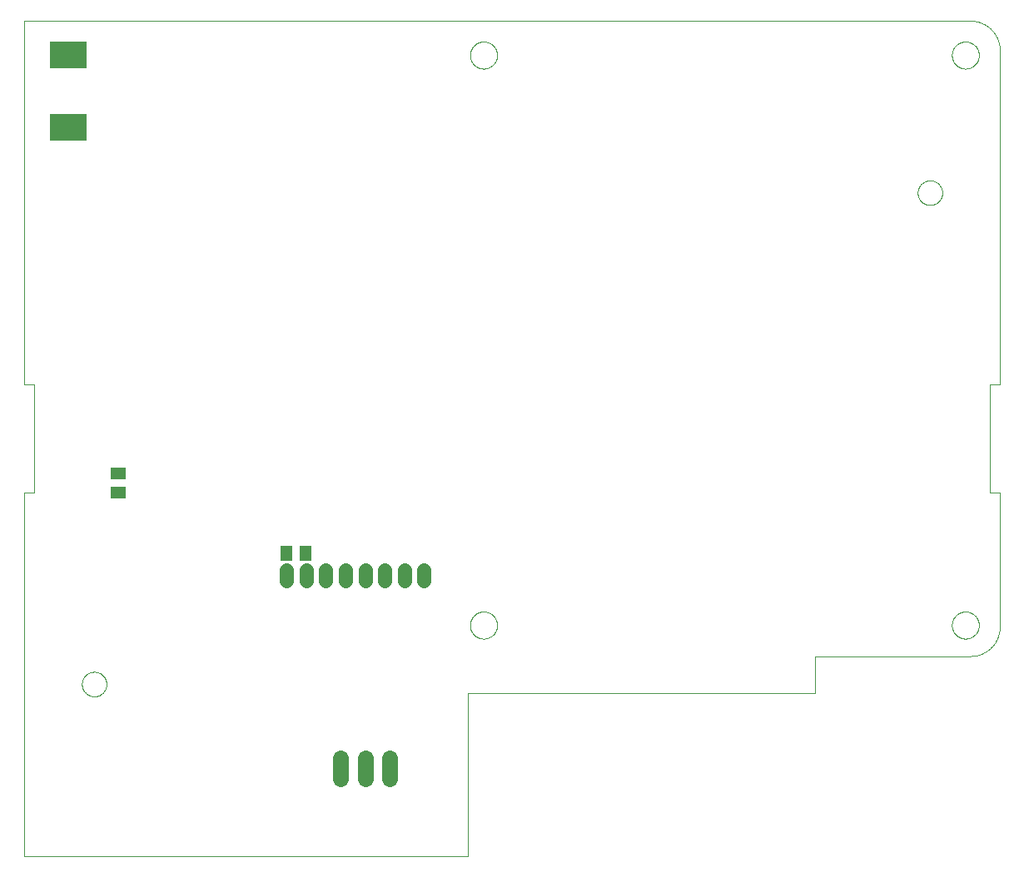
<source format=gbp>
G75*
%MOIN*%
%OFA0B0*%
%FSLAX25Y25*%
%IPPOS*%
%LPD*%
%AMOC8*
5,1,8,0,0,1.08239X$1,22.5*
%
%ADD10C,0.00000*%
%ADD11R,0.14961X0.11024*%
%ADD12C,0.05512*%
%ADD13C,0.06496*%
%ADD14R,0.05118X0.05906*%
%ADD15R,0.05906X0.05118*%
D10*
X0013297Y0027187D02*
X0013297Y0172857D01*
X0017234Y0172857D01*
X0017234Y0216164D01*
X0013297Y0216164D01*
X0013297Y0361833D01*
X0392037Y0361833D01*
X0392322Y0361830D01*
X0392608Y0361819D01*
X0392893Y0361802D01*
X0393177Y0361778D01*
X0393461Y0361747D01*
X0393744Y0361709D01*
X0394025Y0361664D01*
X0394306Y0361613D01*
X0394586Y0361555D01*
X0394864Y0361490D01*
X0395140Y0361418D01*
X0395414Y0361340D01*
X0395687Y0361255D01*
X0395957Y0361163D01*
X0396225Y0361065D01*
X0396491Y0360961D01*
X0396754Y0360850D01*
X0397014Y0360733D01*
X0397272Y0360610D01*
X0397526Y0360480D01*
X0397777Y0360344D01*
X0398025Y0360203D01*
X0398269Y0360055D01*
X0398510Y0359902D01*
X0398746Y0359742D01*
X0398979Y0359577D01*
X0399208Y0359407D01*
X0399433Y0359231D01*
X0399653Y0359049D01*
X0399869Y0358863D01*
X0400080Y0358671D01*
X0400287Y0358474D01*
X0400489Y0358272D01*
X0400686Y0358065D01*
X0400878Y0357854D01*
X0401064Y0357638D01*
X0401246Y0357418D01*
X0401422Y0357193D01*
X0401592Y0356964D01*
X0401757Y0356731D01*
X0401917Y0356495D01*
X0402070Y0356254D01*
X0402218Y0356010D01*
X0402359Y0355762D01*
X0402495Y0355511D01*
X0402625Y0355257D01*
X0402748Y0354999D01*
X0402865Y0354739D01*
X0402976Y0354476D01*
X0403080Y0354210D01*
X0403178Y0353942D01*
X0403270Y0353672D01*
X0403355Y0353399D01*
X0403433Y0353125D01*
X0403505Y0352849D01*
X0403570Y0352571D01*
X0403628Y0352291D01*
X0403679Y0352010D01*
X0403724Y0351729D01*
X0403762Y0351446D01*
X0403793Y0351162D01*
X0403817Y0350878D01*
X0403834Y0350593D01*
X0403845Y0350307D01*
X0403848Y0350022D01*
X0403848Y0216164D01*
X0399911Y0216164D01*
X0399911Y0172857D01*
X0403848Y0172857D01*
X0403848Y0119117D01*
X0403845Y0118832D01*
X0403834Y0118546D01*
X0403817Y0118261D01*
X0403793Y0117977D01*
X0403762Y0117693D01*
X0403724Y0117410D01*
X0403679Y0117129D01*
X0403628Y0116848D01*
X0403570Y0116568D01*
X0403505Y0116290D01*
X0403433Y0116014D01*
X0403355Y0115740D01*
X0403270Y0115467D01*
X0403178Y0115197D01*
X0403080Y0114929D01*
X0402976Y0114663D01*
X0402865Y0114400D01*
X0402748Y0114140D01*
X0402625Y0113882D01*
X0402495Y0113628D01*
X0402359Y0113377D01*
X0402218Y0113129D01*
X0402070Y0112885D01*
X0401917Y0112644D01*
X0401757Y0112408D01*
X0401592Y0112175D01*
X0401422Y0111946D01*
X0401246Y0111721D01*
X0401064Y0111501D01*
X0400878Y0111285D01*
X0400686Y0111074D01*
X0400489Y0110867D01*
X0400287Y0110665D01*
X0400080Y0110468D01*
X0399869Y0110276D01*
X0399653Y0110090D01*
X0399433Y0109908D01*
X0399208Y0109732D01*
X0398979Y0109562D01*
X0398746Y0109397D01*
X0398510Y0109237D01*
X0398269Y0109084D01*
X0398025Y0108936D01*
X0397777Y0108795D01*
X0397526Y0108659D01*
X0397272Y0108529D01*
X0397014Y0108406D01*
X0396754Y0108289D01*
X0396491Y0108178D01*
X0396225Y0108074D01*
X0395957Y0107976D01*
X0395687Y0107884D01*
X0395414Y0107799D01*
X0395140Y0107721D01*
X0394864Y0107649D01*
X0394586Y0107584D01*
X0394306Y0107526D01*
X0394025Y0107475D01*
X0393744Y0107430D01*
X0393461Y0107392D01*
X0393177Y0107361D01*
X0392893Y0107337D01*
X0392608Y0107320D01*
X0392322Y0107309D01*
X0392037Y0107306D01*
X0330029Y0107306D01*
X0330029Y0092542D01*
X0190856Y0092542D01*
X0190856Y0027187D01*
X0013297Y0027187D01*
X0036328Y0096085D02*
X0036330Y0096225D01*
X0036336Y0096365D01*
X0036346Y0096504D01*
X0036360Y0096643D01*
X0036378Y0096782D01*
X0036399Y0096920D01*
X0036425Y0097058D01*
X0036455Y0097195D01*
X0036488Y0097330D01*
X0036526Y0097465D01*
X0036567Y0097599D01*
X0036612Y0097732D01*
X0036660Y0097863D01*
X0036713Y0097992D01*
X0036769Y0098121D01*
X0036828Y0098247D01*
X0036892Y0098372D01*
X0036958Y0098495D01*
X0037029Y0098616D01*
X0037102Y0098735D01*
X0037179Y0098852D01*
X0037260Y0098966D01*
X0037343Y0099078D01*
X0037430Y0099188D01*
X0037520Y0099296D01*
X0037612Y0099400D01*
X0037708Y0099502D01*
X0037807Y0099602D01*
X0037908Y0099698D01*
X0038012Y0099792D01*
X0038119Y0099882D01*
X0038228Y0099969D01*
X0038340Y0100054D01*
X0038454Y0100135D01*
X0038570Y0100213D01*
X0038688Y0100287D01*
X0038809Y0100358D01*
X0038931Y0100426D01*
X0039056Y0100490D01*
X0039182Y0100551D01*
X0039309Y0100608D01*
X0039439Y0100661D01*
X0039570Y0100711D01*
X0039702Y0100756D01*
X0039835Y0100799D01*
X0039970Y0100837D01*
X0040105Y0100871D01*
X0040242Y0100902D01*
X0040379Y0100929D01*
X0040517Y0100951D01*
X0040656Y0100970D01*
X0040795Y0100985D01*
X0040934Y0100996D01*
X0041074Y0101003D01*
X0041214Y0101006D01*
X0041354Y0101005D01*
X0041494Y0101000D01*
X0041633Y0100991D01*
X0041773Y0100978D01*
X0041912Y0100961D01*
X0042050Y0100940D01*
X0042188Y0100916D01*
X0042325Y0100887D01*
X0042461Y0100855D01*
X0042596Y0100818D01*
X0042730Y0100778D01*
X0042863Y0100734D01*
X0042994Y0100686D01*
X0043124Y0100635D01*
X0043253Y0100580D01*
X0043380Y0100521D01*
X0043505Y0100458D01*
X0043628Y0100393D01*
X0043750Y0100323D01*
X0043869Y0100250D01*
X0043987Y0100174D01*
X0044102Y0100095D01*
X0044215Y0100012D01*
X0044325Y0099926D01*
X0044433Y0099837D01*
X0044538Y0099745D01*
X0044641Y0099650D01*
X0044741Y0099552D01*
X0044838Y0099452D01*
X0044932Y0099348D01*
X0045024Y0099242D01*
X0045112Y0099134D01*
X0045197Y0099023D01*
X0045279Y0098909D01*
X0045358Y0098793D01*
X0045433Y0098676D01*
X0045505Y0098556D01*
X0045573Y0098434D01*
X0045638Y0098310D01*
X0045700Y0098184D01*
X0045758Y0098057D01*
X0045812Y0097928D01*
X0045863Y0097797D01*
X0045909Y0097665D01*
X0045952Y0097532D01*
X0045992Y0097398D01*
X0046027Y0097263D01*
X0046059Y0097126D01*
X0046086Y0096989D01*
X0046110Y0096851D01*
X0046130Y0096713D01*
X0046146Y0096574D01*
X0046158Y0096434D01*
X0046166Y0096295D01*
X0046170Y0096155D01*
X0046170Y0096015D01*
X0046166Y0095875D01*
X0046158Y0095736D01*
X0046146Y0095596D01*
X0046130Y0095457D01*
X0046110Y0095319D01*
X0046086Y0095181D01*
X0046059Y0095044D01*
X0046027Y0094907D01*
X0045992Y0094772D01*
X0045952Y0094638D01*
X0045909Y0094505D01*
X0045863Y0094373D01*
X0045812Y0094242D01*
X0045758Y0094113D01*
X0045700Y0093986D01*
X0045638Y0093860D01*
X0045573Y0093736D01*
X0045505Y0093614D01*
X0045433Y0093494D01*
X0045358Y0093377D01*
X0045279Y0093261D01*
X0045197Y0093147D01*
X0045112Y0093036D01*
X0045024Y0092928D01*
X0044932Y0092822D01*
X0044838Y0092718D01*
X0044741Y0092618D01*
X0044641Y0092520D01*
X0044538Y0092425D01*
X0044433Y0092333D01*
X0044325Y0092244D01*
X0044215Y0092158D01*
X0044102Y0092075D01*
X0043987Y0091996D01*
X0043869Y0091920D01*
X0043750Y0091847D01*
X0043628Y0091777D01*
X0043505Y0091712D01*
X0043380Y0091649D01*
X0043253Y0091590D01*
X0043124Y0091535D01*
X0042994Y0091484D01*
X0042863Y0091436D01*
X0042730Y0091392D01*
X0042596Y0091352D01*
X0042461Y0091315D01*
X0042325Y0091283D01*
X0042188Y0091254D01*
X0042050Y0091230D01*
X0041912Y0091209D01*
X0041773Y0091192D01*
X0041633Y0091179D01*
X0041494Y0091170D01*
X0041354Y0091165D01*
X0041214Y0091164D01*
X0041074Y0091167D01*
X0040934Y0091174D01*
X0040795Y0091185D01*
X0040656Y0091200D01*
X0040517Y0091219D01*
X0040379Y0091241D01*
X0040242Y0091268D01*
X0040105Y0091299D01*
X0039970Y0091333D01*
X0039835Y0091371D01*
X0039702Y0091414D01*
X0039570Y0091459D01*
X0039439Y0091509D01*
X0039309Y0091562D01*
X0039182Y0091619D01*
X0039056Y0091680D01*
X0038931Y0091744D01*
X0038809Y0091812D01*
X0038688Y0091883D01*
X0038570Y0091957D01*
X0038454Y0092035D01*
X0038340Y0092116D01*
X0038228Y0092201D01*
X0038119Y0092288D01*
X0038012Y0092378D01*
X0037908Y0092472D01*
X0037807Y0092568D01*
X0037708Y0092668D01*
X0037612Y0092770D01*
X0037520Y0092874D01*
X0037430Y0092982D01*
X0037343Y0093092D01*
X0037260Y0093204D01*
X0037179Y0093318D01*
X0037102Y0093435D01*
X0037029Y0093554D01*
X0036958Y0093675D01*
X0036892Y0093798D01*
X0036828Y0093923D01*
X0036769Y0094049D01*
X0036713Y0094178D01*
X0036660Y0094307D01*
X0036612Y0094438D01*
X0036567Y0094571D01*
X0036526Y0094705D01*
X0036488Y0094840D01*
X0036455Y0094975D01*
X0036425Y0095112D01*
X0036399Y0095250D01*
X0036378Y0095388D01*
X0036360Y0095527D01*
X0036346Y0095666D01*
X0036336Y0095805D01*
X0036330Y0095945D01*
X0036328Y0096085D01*
X0191742Y0119707D02*
X0191744Y0119854D01*
X0191750Y0120000D01*
X0191760Y0120146D01*
X0191774Y0120292D01*
X0191792Y0120438D01*
X0191813Y0120583D01*
X0191839Y0120727D01*
X0191869Y0120871D01*
X0191902Y0121013D01*
X0191939Y0121155D01*
X0191980Y0121296D01*
X0192025Y0121435D01*
X0192074Y0121574D01*
X0192126Y0121711D01*
X0192183Y0121846D01*
X0192242Y0121980D01*
X0192306Y0122112D01*
X0192373Y0122242D01*
X0192443Y0122371D01*
X0192517Y0122498D01*
X0192594Y0122622D01*
X0192675Y0122745D01*
X0192759Y0122865D01*
X0192846Y0122983D01*
X0192936Y0123098D01*
X0193029Y0123211D01*
X0193126Y0123322D01*
X0193225Y0123430D01*
X0193327Y0123535D01*
X0193432Y0123637D01*
X0193540Y0123736D01*
X0193651Y0123833D01*
X0193764Y0123926D01*
X0193879Y0124016D01*
X0193997Y0124103D01*
X0194117Y0124187D01*
X0194240Y0124268D01*
X0194364Y0124345D01*
X0194491Y0124419D01*
X0194620Y0124489D01*
X0194750Y0124556D01*
X0194882Y0124620D01*
X0195016Y0124679D01*
X0195151Y0124736D01*
X0195288Y0124788D01*
X0195427Y0124837D01*
X0195566Y0124882D01*
X0195707Y0124923D01*
X0195849Y0124960D01*
X0195991Y0124993D01*
X0196135Y0125023D01*
X0196279Y0125049D01*
X0196424Y0125070D01*
X0196570Y0125088D01*
X0196716Y0125102D01*
X0196862Y0125112D01*
X0197008Y0125118D01*
X0197155Y0125120D01*
X0197302Y0125118D01*
X0197448Y0125112D01*
X0197594Y0125102D01*
X0197740Y0125088D01*
X0197886Y0125070D01*
X0198031Y0125049D01*
X0198175Y0125023D01*
X0198319Y0124993D01*
X0198461Y0124960D01*
X0198603Y0124923D01*
X0198744Y0124882D01*
X0198883Y0124837D01*
X0199022Y0124788D01*
X0199159Y0124736D01*
X0199294Y0124679D01*
X0199428Y0124620D01*
X0199560Y0124556D01*
X0199690Y0124489D01*
X0199819Y0124419D01*
X0199946Y0124345D01*
X0200070Y0124268D01*
X0200193Y0124187D01*
X0200313Y0124103D01*
X0200431Y0124016D01*
X0200546Y0123926D01*
X0200659Y0123833D01*
X0200770Y0123736D01*
X0200878Y0123637D01*
X0200983Y0123535D01*
X0201085Y0123430D01*
X0201184Y0123322D01*
X0201281Y0123211D01*
X0201374Y0123098D01*
X0201464Y0122983D01*
X0201551Y0122865D01*
X0201635Y0122745D01*
X0201716Y0122622D01*
X0201793Y0122498D01*
X0201867Y0122371D01*
X0201937Y0122242D01*
X0202004Y0122112D01*
X0202068Y0121980D01*
X0202127Y0121846D01*
X0202184Y0121711D01*
X0202236Y0121574D01*
X0202285Y0121435D01*
X0202330Y0121296D01*
X0202371Y0121155D01*
X0202408Y0121013D01*
X0202441Y0120871D01*
X0202471Y0120727D01*
X0202497Y0120583D01*
X0202518Y0120438D01*
X0202536Y0120292D01*
X0202550Y0120146D01*
X0202560Y0120000D01*
X0202566Y0119854D01*
X0202568Y0119707D01*
X0202566Y0119560D01*
X0202560Y0119414D01*
X0202550Y0119268D01*
X0202536Y0119122D01*
X0202518Y0118976D01*
X0202497Y0118831D01*
X0202471Y0118687D01*
X0202441Y0118543D01*
X0202408Y0118401D01*
X0202371Y0118259D01*
X0202330Y0118118D01*
X0202285Y0117979D01*
X0202236Y0117840D01*
X0202184Y0117703D01*
X0202127Y0117568D01*
X0202068Y0117434D01*
X0202004Y0117302D01*
X0201937Y0117172D01*
X0201867Y0117043D01*
X0201793Y0116916D01*
X0201716Y0116792D01*
X0201635Y0116669D01*
X0201551Y0116549D01*
X0201464Y0116431D01*
X0201374Y0116316D01*
X0201281Y0116203D01*
X0201184Y0116092D01*
X0201085Y0115984D01*
X0200983Y0115879D01*
X0200878Y0115777D01*
X0200770Y0115678D01*
X0200659Y0115581D01*
X0200546Y0115488D01*
X0200431Y0115398D01*
X0200313Y0115311D01*
X0200193Y0115227D01*
X0200070Y0115146D01*
X0199946Y0115069D01*
X0199819Y0114995D01*
X0199690Y0114925D01*
X0199560Y0114858D01*
X0199428Y0114794D01*
X0199294Y0114735D01*
X0199159Y0114678D01*
X0199022Y0114626D01*
X0198883Y0114577D01*
X0198744Y0114532D01*
X0198603Y0114491D01*
X0198461Y0114454D01*
X0198319Y0114421D01*
X0198175Y0114391D01*
X0198031Y0114365D01*
X0197886Y0114344D01*
X0197740Y0114326D01*
X0197594Y0114312D01*
X0197448Y0114302D01*
X0197302Y0114296D01*
X0197155Y0114294D01*
X0197008Y0114296D01*
X0196862Y0114302D01*
X0196716Y0114312D01*
X0196570Y0114326D01*
X0196424Y0114344D01*
X0196279Y0114365D01*
X0196135Y0114391D01*
X0195991Y0114421D01*
X0195849Y0114454D01*
X0195707Y0114491D01*
X0195566Y0114532D01*
X0195427Y0114577D01*
X0195288Y0114626D01*
X0195151Y0114678D01*
X0195016Y0114735D01*
X0194882Y0114794D01*
X0194750Y0114858D01*
X0194620Y0114925D01*
X0194491Y0114995D01*
X0194364Y0115069D01*
X0194240Y0115146D01*
X0194117Y0115227D01*
X0193997Y0115311D01*
X0193879Y0115398D01*
X0193764Y0115488D01*
X0193651Y0115581D01*
X0193540Y0115678D01*
X0193432Y0115777D01*
X0193327Y0115879D01*
X0193225Y0115984D01*
X0193126Y0116092D01*
X0193029Y0116203D01*
X0192936Y0116316D01*
X0192846Y0116431D01*
X0192759Y0116549D01*
X0192675Y0116669D01*
X0192594Y0116792D01*
X0192517Y0116916D01*
X0192443Y0117043D01*
X0192373Y0117172D01*
X0192306Y0117302D01*
X0192242Y0117434D01*
X0192183Y0117568D01*
X0192126Y0117703D01*
X0192074Y0117840D01*
X0192025Y0117979D01*
X0191980Y0118118D01*
X0191939Y0118259D01*
X0191902Y0118401D01*
X0191869Y0118543D01*
X0191839Y0118687D01*
X0191813Y0118831D01*
X0191792Y0118976D01*
X0191774Y0119122D01*
X0191760Y0119268D01*
X0191750Y0119414D01*
X0191744Y0119560D01*
X0191742Y0119707D01*
X0370974Y0292935D02*
X0370976Y0293075D01*
X0370982Y0293215D01*
X0370992Y0293354D01*
X0371006Y0293493D01*
X0371024Y0293632D01*
X0371045Y0293770D01*
X0371071Y0293908D01*
X0371101Y0294045D01*
X0371134Y0294180D01*
X0371172Y0294315D01*
X0371213Y0294449D01*
X0371258Y0294582D01*
X0371306Y0294713D01*
X0371359Y0294842D01*
X0371415Y0294971D01*
X0371474Y0295097D01*
X0371538Y0295222D01*
X0371604Y0295345D01*
X0371675Y0295466D01*
X0371748Y0295585D01*
X0371825Y0295702D01*
X0371906Y0295816D01*
X0371989Y0295928D01*
X0372076Y0296038D01*
X0372166Y0296146D01*
X0372258Y0296250D01*
X0372354Y0296352D01*
X0372453Y0296452D01*
X0372554Y0296548D01*
X0372658Y0296642D01*
X0372765Y0296732D01*
X0372874Y0296819D01*
X0372986Y0296904D01*
X0373100Y0296985D01*
X0373216Y0297063D01*
X0373334Y0297137D01*
X0373455Y0297208D01*
X0373577Y0297276D01*
X0373702Y0297340D01*
X0373828Y0297401D01*
X0373955Y0297458D01*
X0374085Y0297511D01*
X0374216Y0297561D01*
X0374348Y0297606D01*
X0374481Y0297649D01*
X0374616Y0297687D01*
X0374751Y0297721D01*
X0374888Y0297752D01*
X0375025Y0297779D01*
X0375163Y0297801D01*
X0375302Y0297820D01*
X0375441Y0297835D01*
X0375580Y0297846D01*
X0375720Y0297853D01*
X0375860Y0297856D01*
X0376000Y0297855D01*
X0376140Y0297850D01*
X0376279Y0297841D01*
X0376419Y0297828D01*
X0376558Y0297811D01*
X0376696Y0297790D01*
X0376834Y0297766D01*
X0376971Y0297737D01*
X0377107Y0297705D01*
X0377242Y0297668D01*
X0377376Y0297628D01*
X0377509Y0297584D01*
X0377640Y0297536D01*
X0377770Y0297485D01*
X0377899Y0297430D01*
X0378026Y0297371D01*
X0378151Y0297308D01*
X0378274Y0297243D01*
X0378396Y0297173D01*
X0378515Y0297100D01*
X0378633Y0297024D01*
X0378748Y0296945D01*
X0378861Y0296862D01*
X0378971Y0296776D01*
X0379079Y0296687D01*
X0379184Y0296595D01*
X0379287Y0296500D01*
X0379387Y0296402D01*
X0379484Y0296302D01*
X0379578Y0296198D01*
X0379670Y0296092D01*
X0379758Y0295984D01*
X0379843Y0295873D01*
X0379925Y0295759D01*
X0380004Y0295643D01*
X0380079Y0295526D01*
X0380151Y0295406D01*
X0380219Y0295284D01*
X0380284Y0295160D01*
X0380346Y0295034D01*
X0380404Y0294907D01*
X0380458Y0294778D01*
X0380509Y0294647D01*
X0380555Y0294515D01*
X0380598Y0294382D01*
X0380638Y0294248D01*
X0380673Y0294113D01*
X0380705Y0293976D01*
X0380732Y0293839D01*
X0380756Y0293701D01*
X0380776Y0293563D01*
X0380792Y0293424D01*
X0380804Y0293284D01*
X0380812Y0293145D01*
X0380816Y0293005D01*
X0380816Y0292865D01*
X0380812Y0292725D01*
X0380804Y0292586D01*
X0380792Y0292446D01*
X0380776Y0292307D01*
X0380756Y0292169D01*
X0380732Y0292031D01*
X0380705Y0291894D01*
X0380673Y0291757D01*
X0380638Y0291622D01*
X0380598Y0291488D01*
X0380555Y0291355D01*
X0380509Y0291223D01*
X0380458Y0291092D01*
X0380404Y0290963D01*
X0380346Y0290836D01*
X0380284Y0290710D01*
X0380219Y0290586D01*
X0380151Y0290464D01*
X0380079Y0290344D01*
X0380004Y0290227D01*
X0379925Y0290111D01*
X0379843Y0289997D01*
X0379758Y0289886D01*
X0379670Y0289778D01*
X0379578Y0289672D01*
X0379484Y0289568D01*
X0379387Y0289468D01*
X0379287Y0289370D01*
X0379184Y0289275D01*
X0379079Y0289183D01*
X0378971Y0289094D01*
X0378861Y0289008D01*
X0378748Y0288925D01*
X0378633Y0288846D01*
X0378515Y0288770D01*
X0378396Y0288697D01*
X0378274Y0288627D01*
X0378151Y0288562D01*
X0378026Y0288499D01*
X0377899Y0288440D01*
X0377770Y0288385D01*
X0377640Y0288334D01*
X0377509Y0288286D01*
X0377376Y0288242D01*
X0377242Y0288202D01*
X0377107Y0288165D01*
X0376971Y0288133D01*
X0376834Y0288104D01*
X0376696Y0288080D01*
X0376558Y0288059D01*
X0376419Y0288042D01*
X0376279Y0288029D01*
X0376140Y0288020D01*
X0376000Y0288015D01*
X0375860Y0288014D01*
X0375720Y0288017D01*
X0375580Y0288024D01*
X0375441Y0288035D01*
X0375302Y0288050D01*
X0375163Y0288069D01*
X0375025Y0288091D01*
X0374888Y0288118D01*
X0374751Y0288149D01*
X0374616Y0288183D01*
X0374481Y0288221D01*
X0374348Y0288264D01*
X0374216Y0288309D01*
X0374085Y0288359D01*
X0373955Y0288412D01*
X0373828Y0288469D01*
X0373702Y0288530D01*
X0373577Y0288594D01*
X0373455Y0288662D01*
X0373334Y0288733D01*
X0373216Y0288807D01*
X0373100Y0288885D01*
X0372986Y0288966D01*
X0372874Y0289051D01*
X0372765Y0289138D01*
X0372658Y0289228D01*
X0372554Y0289322D01*
X0372453Y0289418D01*
X0372354Y0289518D01*
X0372258Y0289620D01*
X0372166Y0289724D01*
X0372076Y0289832D01*
X0371989Y0289942D01*
X0371906Y0290054D01*
X0371825Y0290168D01*
X0371748Y0290285D01*
X0371675Y0290404D01*
X0371604Y0290525D01*
X0371538Y0290648D01*
X0371474Y0290773D01*
X0371415Y0290899D01*
X0371359Y0291028D01*
X0371306Y0291157D01*
X0371258Y0291288D01*
X0371213Y0291421D01*
X0371172Y0291555D01*
X0371134Y0291690D01*
X0371101Y0291825D01*
X0371071Y0291962D01*
X0371045Y0292100D01*
X0371024Y0292238D01*
X0371006Y0292377D01*
X0370992Y0292516D01*
X0370982Y0292655D01*
X0370976Y0292795D01*
X0370974Y0292935D01*
X0384655Y0348054D02*
X0384657Y0348201D01*
X0384663Y0348347D01*
X0384673Y0348493D01*
X0384687Y0348639D01*
X0384705Y0348785D01*
X0384726Y0348930D01*
X0384752Y0349074D01*
X0384782Y0349218D01*
X0384815Y0349360D01*
X0384852Y0349502D01*
X0384893Y0349643D01*
X0384938Y0349782D01*
X0384987Y0349921D01*
X0385039Y0350058D01*
X0385096Y0350193D01*
X0385155Y0350327D01*
X0385219Y0350459D01*
X0385286Y0350589D01*
X0385356Y0350718D01*
X0385430Y0350845D01*
X0385507Y0350969D01*
X0385588Y0351092D01*
X0385672Y0351212D01*
X0385759Y0351330D01*
X0385849Y0351445D01*
X0385942Y0351558D01*
X0386039Y0351669D01*
X0386138Y0351777D01*
X0386240Y0351882D01*
X0386345Y0351984D01*
X0386453Y0352083D01*
X0386564Y0352180D01*
X0386677Y0352273D01*
X0386792Y0352363D01*
X0386910Y0352450D01*
X0387030Y0352534D01*
X0387153Y0352615D01*
X0387277Y0352692D01*
X0387404Y0352766D01*
X0387533Y0352836D01*
X0387663Y0352903D01*
X0387795Y0352967D01*
X0387929Y0353026D01*
X0388064Y0353083D01*
X0388201Y0353135D01*
X0388340Y0353184D01*
X0388479Y0353229D01*
X0388620Y0353270D01*
X0388762Y0353307D01*
X0388904Y0353340D01*
X0389048Y0353370D01*
X0389192Y0353396D01*
X0389337Y0353417D01*
X0389483Y0353435D01*
X0389629Y0353449D01*
X0389775Y0353459D01*
X0389921Y0353465D01*
X0390068Y0353467D01*
X0390215Y0353465D01*
X0390361Y0353459D01*
X0390507Y0353449D01*
X0390653Y0353435D01*
X0390799Y0353417D01*
X0390944Y0353396D01*
X0391088Y0353370D01*
X0391232Y0353340D01*
X0391374Y0353307D01*
X0391516Y0353270D01*
X0391657Y0353229D01*
X0391796Y0353184D01*
X0391935Y0353135D01*
X0392072Y0353083D01*
X0392207Y0353026D01*
X0392341Y0352967D01*
X0392473Y0352903D01*
X0392603Y0352836D01*
X0392732Y0352766D01*
X0392859Y0352692D01*
X0392983Y0352615D01*
X0393106Y0352534D01*
X0393226Y0352450D01*
X0393344Y0352363D01*
X0393459Y0352273D01*
X0393572Y0352180D01*
X0393683Y0352083D01*
X0393791Y0351984D01*
X0393896Y0351882D01*
X0393998Y0351777D01*
X0394097Y0351669D01*
X0394194Y0351558D01*
X0394287Y0351445D01*
X0394377Y0351330D01*
X0394464Y0351212D01*
X0394548Y0351092D01*
X0394629Y0350969D01*
X0394706Y0350845D01*
X0394780Y0350718D01*
X0394850Y0350589D01*
X0394917Y0350459D01*
X0394981Y0350327D01*
X0395040Y0350193D01*
X0395097Y0350058D01*
X0395149Y0349921D01*
X0395198Y0349782D01*
X0395243Y0349643D01*
X0395284Y0349502D01*
X0395321Y0349360D01*
X0395354Y0349218D01*
X0395384Y0349074D01*
X0395410Y0348930D01*
X0395431Y0348785D01*
X0395449Y0348639D01*
X0395463Y0348493D01*
X0395473Y0348347D01*
X0395479Y0348201D01*
X0395481Y0348054D01*
X0395479Y0347907D01*
X0395473Y0347761D01*
X0395463Y0347615D01*
X0395449Y0347469D01*
X0395431Y0347323D01*
X0395410Y0347178D01*
X0395384Y0347034D01*
X0395354Y0346890D01*
X0395321Y0346748D01*
X0395284Y0346606D01*
X0395243Y0346465D01*
X0395198Y0346326D01*
X0395149Y0346187D01*
X0395097Y0346050D01*
X0395040Y0345915D01*
X0394981Y0345781D01*
X0394917Y0345649D01*
X0394850Y0345519D01*
X0394780Y0345390D01*
X0394706Y0345263D01*
X0394629Y0345139D01*
X0394548Y0345016D01*
X0394464Y0344896D01*
X0394377Y0344778D01*
X0394287Y0344663D01*
X0394194Y0344550D01*
X0394097Y0344439D01*
X0393998Y0344331D01*
X0393896Y0344226D01*
X0393791Y0344124D01*
X0393683Y0344025D01*
X0393572Y0343928D01*
X0393459Y0343835D01*
X0393344Y0343745D01*
X0393226Y0343658D01*
X0393106Y0343574D01*
X0392983Y0343493D01*
X0392859Y0343416D01*
X0392732Y0343342D01*
X0392603Y0343272D01*
X0392473Y0343205D01*
X0392341Y0343141D01*
X0392207Y0343082D01*
X0392072Y0343025D01*
X0391935Y0342973D01*
X0391796Y0342924D01*
X0391657Y0342879D01*
X0391516Y0342838D01*
X0391374Y0342801D01*
X0391232Y0342768D01*
X0391088Y0342738D01*
X0390944Y0342712D01*
X0390799Y0342691D01*
X0390653Y0342673D01*
X0390507Y0342659D01*
X0390361Y0342649D01*
X0390215Y0342643D01*
X0390068Y0342641D01*
X0389921Y0342643D01*
X0389775Y0342649D01*
X0389629Y0342659D01*
X0389483Y0342673D01*
X0389337Y0342691D01*
X0389192Y0342712D01*
X0389048Y0342738D01*
X0388904Y0342768D01*
X0388762Y0342801D01*
X0388620Y0342838D01*
X0388479Y0342879D01*
X0388340Y0342924D01*
X0388201Y0342973D01*
X0388064Y0343025D01*
X0387929Y0343082D01*
X0387795Y0343141D01*
X0387663Y0343205D01*
X0387533Y0343272D01*
X0387404Y0343342D01*
X0387277Y0343416D01*
X0387153Y0343493D01*
X0387030Y0343574D01*
X0386910Y0343658D01*
X0386792Y0343745D01*
X0386677Y0343835D01*
X0386564Y0343928D01*
X0386453Y0344025D01*
X0386345Y0344124D01*
X0386240Y0344226D01*
X0386138Y0344331D01*
X0386039Y0344439D01*
X0385942Y0344550D01*
X0385849Y0344663D01*
X0385759Y0344778D01*
X0385672Y0344896D01*
X0385588Y0345016D01*
X0385507Y0345139D01*
X0385430Y0345263D01*
X0385356Y0345390D01*
X0385286Y0345519D01*
X0385219Y0345649D01*
X0385155Y0345781D01*
X0385096Y0345915D01*
X0385039Y0346050D01*
X0384987Y0346187D01*
X0384938Y0346326D01*
X0384893Y0346465D01*
X0384852Y0346606D01*
X0384815Y0346748D01*
X0384782Y0346890D01*
X0384752Y0347034D01*
X0384726Y0347178D01*
X0384705Y0347323D01*
X0384687Y0347469D01*
X0384673Y0347615D01*
X0384663Y0347761D01*
X0384657Y0347907D01*
X0384655Y0348054D01*
X0191742Y0348054D02*
X0191744Y0348201D01*
X0191750Y0348347D01*
X0191760Y0348493D01*
X0191774Y0348639D01*
X0191792Y0348785D01*
X0191813Y0348930D01*
X0191839Y0349074D01*
X0191869Y0349218D01*
X0191902Y0349360D01*
X0191939Y0349502D01*
X0191980Y0349643D01*
X0192025Y0349782D01*
X0192074Y0349921D01*
X0192126Y0350058D01*
X0192183Y0350193D01*
X0192242Y0350327D01*
X0192306Y0350459D01*
X0192373Y0350589D01*
X0192443Y0350718D01*
X0192517Y0350845D01*
X0192594Y0350969D01*
X0192675Y0351092D01*
X0192759Y0351212D01*
X0192846Y0351330D01*
X0192936Y0351445D01*
X0193029Y0351558D01*
X0193126Y0351669D01*
X0193225Y0351777D01*
X0193327Y0351882D01*
X0193432Y0351984D01*
X0193540Y0352083D01*
X0193651Y0352180D01*
X0193764Y0352273D01*
X0193879Y0352363D01*
X0193997Y0352450D01*
X0194117Y0352534D01*
X0194240Y0352615D01*
X0194364Y0352692D01*
X0194491Y0352766D01*
X0194620Y0352836D01*
X0194750Y0352903D01*
X0194882Y0352967D01*
X0195016Y0353026D01*
X0195151Y0353083D01*
X0195288Y0353135D01*
X0195427Y0353184D01*
X0195566Y0353229D01*
X0195707Y0353270D01*
X0195849Y0353307D01*
X0195991Y0353340D01*
X0196135Y0353370D01*
X0196279Y0353396D01*
X0196424Y0353417D01*
X0196570Y0353435D01*
X0196716Y0353449D01*
X0196862Y0353459D01*
X0197008Y0353465D01*
X0197155Y0353467D01*
X0197302Y0353465D01*
X0197448Y0353459D01*
X0197594Y0353449D01*
X0197740Y0353435D01*
X0197886Y0353417D01*
X0198031Y0353396D01*
X0198175Y0353370D01*
X0198319Y0353340D01*
X0198461Y0353307D01*
X0198603Y0353270D01*
X0198744Y0353229D01*
X0198883Y0353184D01*
X0199022Y0353135D01*
X0199159Y0353083D01*
X0199294Y0353026D01*
X0199428Y0352967D01*
X0199560Y0352903D01*
X0199690Y0352836D01*
X0199819Y0352766D01*
X0199946Y0352692D01*
X0200070Y0352615D01*
X0200193Y0352534D01*
X0200313Y0352450D01*
X0200431Y0352363D01*
X0200546Y0352273D01*
X0200659Y0352180D01*
X0200770Y0352083D01*
X0200878Y0351984D01*
X0200983Y0351882D01*
X0201085Y0351777D01*
X0201184Y0351669D01*
X0201281Y0351558D01*
X0201374Y0351445D01*
X0201464Y0351330D01*
X0201551Y0351212D01*
X0201635Y0351092D01*
X0201716Y0350969D01*
X0201793Y0350845D01*
X0201867Y0350718D01*
X0201937Y0350589D01*
X0202004Y0350459D01*
X0202068Y0350327D01*
X0202127Y0350193D01*
X0202184Y0350058D01*
X0202236Y0349921D01*
X0202285Y0349782D01*
X0202330Y0349643D01*
X0202371Y0349502D01*
X0202408Y0349360D01*
X0202441Y0349218D01*
X0202471Y0349074D01*
X0202497Y0348930D01*
X0202518Y0348785D01*
X0202536Y0348639D01*
X0202550Y0348493D01*
X0202560Y0348347D01*
X0202566Y0348201D01*
X0202568Y0348054D01*
X0202566Y0347907D01*
X0202560Y0347761D01*
X0202550Y0347615D01*
X0202536Y0347469D01*
X0202518Y0347323D01*
X0202497Y0347178D01*
X0202471Y0347034D01*
X0202441Y0346890D01*
X0202408Y0346748D01*
X0202371Y0346606D01*
X0202330Y0346465D01*
X0202285Y0346326D01*
X0202236Y0346187D01*
X0202184Y0346050D01*
X0202127Y0345915D01*
X0202068Y0345781D01*
X0202004Y0345649D01*
X0201937Y0345519D01*
X0201867Y0345390D01*
X0201793Y0345263D01*
X0201716Y0345139D01*
X0201635Y0345016D01*
X0201551Y0344896D01*
X0201464Y0344778D01*
X0201374Y0344663D01*
X0201281Y0344550D01*
X0201184Y0344439D01*
X0201085Y0344331D01*
X0200983Y0344226D01*
X0200878Y0344124D01*
X0200770Y0344025D01*
X0200659Y0343928D01*
X0200546Y0343835D01*
X0200431Y0343745D01*
X0200313Y0343658D01*
X0200193Y0343574D01*
X0200070Y0343493D01*
X0199946Y0343416D01*
X0199819Y0343342D01*
X0199690Y0343272D01*
X0199560Y0343205D01*
X0199428Y0343141D01*
X0199294Y0343082D01*
X0199159Y0343025D01*
X0199022Y0342973D01*
X0198883Y0342924D01*
X0198744Y0342879D01*
X0198603Y0342838D01*
X0198461Y0342801D01*
X0198319Y0342768D01*
X0198175Y0342738D01*
X0198031Y0342712D01*
X0197886Y0342691D01*
X0197740Y0342673D01*
X0197594Y0342659D01*
X0197448Y0342649D01*
X0197302Y0342643D01*
X0197155Y0342641D01*
X0197008Y0342643D01*
X0196862Y0342649D01*
X0196716Y0342659D01*
X0196570Y0342673D01*
X0196424Y0342691D01*
X0196279Y0342712D01*
X0196135Y0342738D01*
X0195991Y0342768D01*
X0195849Y0342801D01*
X0195707Y0342838D01*
X0195566Y0342879D01*
X0195427Y0342924D01*
X0195288Y0342973D01*
X0195151Y0343025D01*
X0195016Y0343082D01*
X0194882Y0343141D01*
X0194750Y0343205D01*
X0194620Y0343272D01*
X0194491Y0343342D01*
X0194364Y0343416D01*
X0194240Y0343493D01*
X0194117Y0343574D01*
X0193997Y0343658D01*
X0193879Y0343745D01*
X0193764Y0343835D01*
X0193651Y0343928D01*
X0193540Y0344025D01*
X0193432Y0344124D01*
X0193327Y0344226D01*
X0193225Y0344331D01*
X0193126Y0344439D01*
X0193029Y0344550D01*
X0192936Y0344663D01*
X0192846Y0344778D01*
X0192759Y0344896D01*
X0192675Y0345016D01*
X0192594Y0345139D01*
X0192517Y0345263D01*
X0192443Y0345390D01*
X0192373Y0345519D01*
X0192306Y0345649D01*
X0192242Y0345781D01*
X0192183Y0345915D01*
X0192126Y0346050D01*
X0192074Y0346187D01*
X0192025Y0346326D01*
X0191980Y0346465D01*
X0191939Y0346606D01*
X0191902Y0346748D01*
X0191869Y0346890D01*
X0191839Y0347034D01*
X0191813Y0347178D01*
X0191792Y0347323D01*
X0191774Y0347469D01*
X0191760Y0347615D01*
X0191750Y0347761D01*
X0191744Y0347907D01*
X0191742Y0348054D01*
X0384655Y0119707D02*
X0384657Y0119854D01*
X0384663Y0120000D01*
X0384673Y0120146D01*
X0384687Y0120292D01*
X0384705Y0120438D01*
X0384726Y0120583D01*
X0384752Y0120727D01*
X0384782Y0120871D01*
X0384815Y0121013D01*
X0384852Y0121155D01*
X0384893Y0121296D01*
X0384938Y0121435D01*
X0384987Y0121574D01*
X0385039Y0121711D01*
X0385096Y0121846D01*
X0385155Y0121980D01*
X0385219Y0122112D01*
X0385286Y0122242D01*
X0385356Y0122371D01*
X0385430Y0122498D01*
X0385507Y0122622D01*
X0385588Y0122745D01*
X0385672Y0122865D01*
X0385759Y0122983D01*
X0385849Y0123098D01*
X0385942Y0123211D01*
X0386039Y0123322D01*
X0386138Y0123430D01*
X0386240Y0123535D01*
X0386345Y0123637D01*
X0386453Y0123736D01*
X0386564Y0123833D01*
X0386677Y0123926D01*
X0386792Y0124016D01*
X0386910Y0124103D01*
X0387030Y0124187D01*
X0387153Y0124268D01*
X0387277Y0124345D01*
X0387404Y0124419D01*
X0387533Y0124489D01*
X0387663Y0124556D01*
X0387795Y0124620D01*
X0387929Y0124679D01*
X0388064Y0124736D01*
X0388201Y0124788D01*
X0388340Y0124837D01*
X0388479Y0124882D01*
X0388620Y0124923D01*
X0388762Y0124960D01*
X0388904Y0124993D01*
X0389048Y0125023D01*
X0389192Y0125049D01*
X0389337Y0125070D01*
X0389483Y0125088D01*
X0389629Y0125102D01*
X0389775Y0125112D01*
X0389921Y0125118D01*
X0390068Y0125120D01*
X0390215Y0125118D01*
X0390361Y0125112D01*
X0390507Y0125102D01*
X0390653Y0125088D01*
X0390799Y0125070D01*
X0390944Y0125049D01*
X0391088Y0125023D01*
X0391232Y0124993D01*
X0391374Y0124960D01*
X0391516Y0124923D01*
X0391657Y0124882D01*
X0391796Y0124837D01*
X0391935Y0124788D01*
X0392072Y0124736D01*
X0392207Y0124679D01*
X0392341Y0124620D01*
X0392473Y0124556D01*
X0392603Y0124489D01*
X0392732Y0124419D01*
X0392859Y0124345D01*
X0392983Y0124268D01*
X0393106Y0124187D01*
X0393226Y0124103D01*
X0393344Y0124016D01*
X0393459Y0123926D01*
X0393572Y0123833D01*
X0393683Y0123736D01*
X0393791Y0123637D01*
X0393896Y0123535D01*
X0393998Y0123430D01*
X0394097Y0123322D01*
X0394194Y0123211D01*
X0394287Y0123098D01*
X0394377Y0122983D01*
X0394464Y0122865D01*
X0394548Y0122745D01*
X0394629Y0122622D01*
X0394706Y0122498D01*
X0394780Y0122371D01*
X0394850Y0122242D01*
X0394917Y0122112D01*
X0394981Y0121980D01*
X0395040Y0121846D01*
X0395097Y0121711D01*
X0395149Y0121574D01*
X0395198Y0121435D01*
X0395243Y0121296D01*
X0395284Y0121155D01*
X0395321Y0121013D01*
X0395354Y0120871D01*
X0395384Y0120727D01*
X0395410Y0120583D01*
X0395431Y0120438D01*
X0395449Y0120292D01*
X0395463Y0120146D01*
X0395473Y0120000D01*
X0395479Y0119854D01*
X0395481Y0119707D01*
X0395479Y0119560D01*
X0395473Y0119414D01*
X0395463Y0119268D01*
X0395449Y0119122D01*
X0395431Y0118976D01*
X0395410Y0118831D01*
X0395384Y0118687D01*
X0395354Y0118543D01*
X0395321Y0118401D01*
X0395284Y0118259D01*
X0395243Y0118118D01*
X0395198Y0117979D01*
X0395149Y0117840D01*
X0395097Y0117703D01*
X0395040Y0117568D01*
X0394981Y0117434D01*
X0394917Y0117302D01*
X0394850Y0117172D01*
X0394780Y0117043D01*
X0394706Y0116916D01*
X0394629Y0116792D01*
X0394548Y0116669D01*
X0394464Y0116549D01*
X0394377Y0116431D01*
X0394287Y0116316D01*
X0394194Y0116203D01*
X0394097Y0116092D01*
X0393998Y0115984D01*
X0393896Y0115879D01*
X0393791Y0115777D01*
X0393683Y0115678D01*
X0393572Y0115581D01*
X0393459Y0115488D01*
X0393344Y0115398D01*
X0393226Y0115311D01*
X0393106Y0115227D01*
X0392983Y0115146D01*
X0392859Y0115069D01*
X0392732Y0114995D01*
X0392603Y0114925D01*
X0392473Y0114858D01*
X0392341Y0114794D01*
X0392207Y0114735D01*
X0392072Y0114678D01*
X0391935Y0114626D01*
X0391796Y0114577D01*
X0391657Y0114532D01*
X0391516Y0114491D01*
X0391374Y0114454D01*
X0391232Y0114421D01*
X0391088Y0114391D01*
X0390944Y0114365D01*
X0390799Y0114344D01*
X0390653Y0114326D01*
X0390507Y0114312D01*
X0390361Y0114302D01*
X0390215Y0114296D01*
X0390068Y0114294D01*
X0389921Y0114296D01*
X0389775Y0114302D01*
X0389629Y0114312D01*
X0389483Y0114326D01*
X0389337Y0114344D01*
X0389192Y0114365D01*
X0389048Y0114391D01*
X0388904Y0114421D01*
X0388762Y0114454D01*
X0388620Y0114491D01*
X0388479Y0114532D01*
X0388340Y0114577D01*
X0388201Y0114626D01*
X0388064Y0114678D01*
X0387929Y0114735D01*
X0387795Y0114794D01*
X0387663Y0114858D01*
X0387533Y0114925D01*
X0387404Y0114995D01*
X0387277Y0115069D01*
X0387153Y0115146D01*
X0387030Y0115227D01*
X0386910Y0115311D01*
X0386792Y0115398D01*
X0386677Y0115488D01*
X0386564Y0115581D01*
X0386453Y0115678D01*
X0386345Y0115777D01*
X0386240Y0115879D01*
X0386138Y0115984D01*
X0386039Y0116092D01*
X0385942Y0116203D01*
X0385849Y0116316D01*
X0385759Y0116431D01*
X0385672Y0116549D01*
X0385588Y0116669D01*
X0385507Y0116792D01*
X0385430Y0116916D01*
X0385356Y0117043D01*
X0385286Y0117172D01*
X0385219Y0117302D01*
X0385155Y0117434D01*
X0385096Y0117568D01*
X0385039Y0117703D01*
X0384987Y0117840D01*
X0384938Y0117979D01*
X0384893Y0118118D01*
X0384852Y0118259D01*
X0384815Y0118401D01*
X0384782Y0118543D01*
X0384752Y0118687D01*
X0384726Y0118831D01*
X0384705Y0118976D01*
X0384687Y0119122D01*
X0384673Y0119268D01*
X0384663Y0119414D01*
X0384657Y0119560D01*
X0384655Y0119707D01*
D11*
X0030816Y0319117D03*
X0030816Y0348250D03*
D12*
X0118218Y0141892D02*
X0118218Y0137404D01*
X0126092Y0137404D02*
X0126092Y0141892D01*
X0133966Y0141892D02*
X0133966Y0137404D01*
X0141840Y0137404D02*
X0141840Y0141892D01*
X0149714Y0141892D02*
X0149714Y0137404D01*
X0157588Y0137404D02*
X0157588Y0141892D01*
X0165462Y0141892D02*
X0165462Y0137404D01*
X0173336Y0137404D02*
X0173336Y0141892D01*
D13*
X0159556Y0066577D02*
X0159556Y0058073D01*
X0149714Y0058073D02*
X0149714Y0066577D01*
X0139871Y0066577D02*
X0139871Y0058073D01*
D14*
X0125698Y0148644D03*
X0118218Y0148644D03*
D15*
X0050895Y0172935D03*
X0050895Y0180416D03*
M02*

</source>
